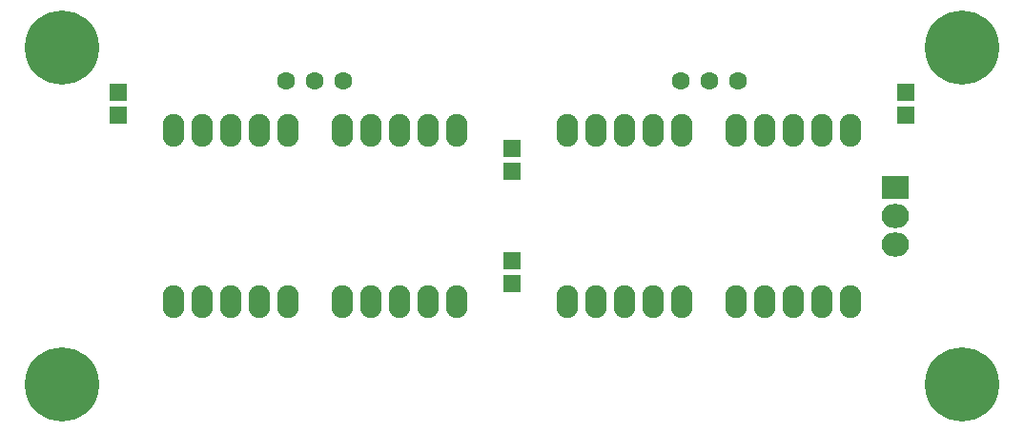
<source format=gts>
G04 #@! TF.FileFunction,Soldermask,Top*
%FSLAX46Y46*%
G04 Gerber Fmt 4.6, Leading zero omitted, Abs format (unit mm)*
G04 Created by KiCad (PCBNEW 4.0.6) date Mon May  8 21:00:33 2017*
%MOMM*%
%LPD*%
G01*
G04 APERTURE LIST*
%ADD10C,0.100000*%
%ADD11C,6.600000*%
%ADD12R,1.598880X1.598880*%
%ADD13R,2.432000X2.127200*%
%ADD14O,2.432000X2.127200*%
%ADD15O,1.924000X2.924000*%
%ADD16C,1.600000*%
G04 APERTURE END LIST*
D10*
D11*
X195000000Y-111000000D03*
X115000000Y-111000000D03*
X115000000Y-81000000D03*
D12*
X190000000Y-84950980D03*
X190000000Y-87049020D03*
X120000000Y-84950980D03*
X120000000Y-87049020D03*
X155000000Y-89950980D03*
X155000000Y-92049020D03*
X155000000Y-99950980D03*
X155000000Y-102049020D03*
D13*
X189000000Y-93460000D03*
D14*
X189000000Y-96000000D03*
X189000000Y-98540000D03*
D15*
X124920000Y-103620000D03*
X127460000Y-103620000D03*
X130000000Y-103620000D03*
X132540000Y-103620000D03*
X135080000Y-103620000D03*
X135080000Y-88380000D03*
X132540000Y-88380000D03*
X130000000Y-88380000D03*
X127460000Y-88380000D03*
X124920000Y-88380000D03*
X139920000Y-103620000D03*
X142460000Y-103620000D03*
X145000000Y-103620000D03*
X147540000Y-103620000D03*
X150080000Y-103620000D03*
X150080000Y-88380000D03*
X147540000Y-88380000D03*
X145000000Y-88380000D03*
X142460000Y-88380000D03*
X139920000Y-88380000D03*
X159920000Y-103620000D03*
X162460000Y-103620000D03*
X165000000Y-103620000D03*
X167540000Y-103620000D03*
X170080000Y-103620000D03*
X170080000Y-88380000D03*
X167540000Y-88380000D03*
X165000000Y-88380000D03*
X162460000Y-88380000D03*
X159920000Y-88380000D03*
X174920000Y-103620000D03*
X177460000Y-103620000D03*
X180000000Y-103620000D03*
X182540000Y-103620000D03*
X185080000Y-103620000D03*
X185080000Y-88380000D03*
X182540000Y-88380000D03*
X180000000Y-88380000D03*
X177460000Y-88380000D03*
X174920000Y-88380000D03*
D11*
X195000000Y-81000000D03*
D16*
X140040000Y-84000000D03*
X137500000Y-84000000D03*
X134960000Y-84000000D03*
X175040000Y-84000000D03*
X172500000Y-84000000D03*
X169960000Y-84000000D03*
M02*

</source>
